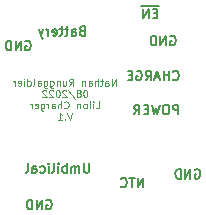
<source format=gbo>
%TF.GenerationSoftware,KiCad,Pcbnew,(6.0.0)*%
%TF.CreationDate,2022-08-29T11:13:11+02:00*%
%TF.ProjectId,LiIon_Charger,4c69496f-6e5f-4436-9861-726765722e6b,rev?*%
%TF.SameCoordinates,Original*%
%TF.FileFunction,Legend,Bot*%
%TF.FilePolarity,Positive*%
%FSLAX46Y46*%
G04 Gerber Fmt 4.6, Leading zero omitted, Abs format (unit mm)*
G04 Created by KiCad (PCBNEW (6.0.0)) date 2022-08-29 11:13:11*
%MOMM*%
%LPD*%
G01*
G04 APERTURE LIST*
G04 Aperture macros list*
%AMFreePoly0*
4,1,5,2.500000,-1.250000,-2.500000,-1.250000,-2.500000,1.250000,2.500000,1.250000,2.500000,-1.250000,2.500000,-1.250000,$1*%
G04 Aperture macros list end*
%ADD10C,0.130000*%
%ADD11C,0.100000*%
%ADD12FreePoly0,90.000000*%
%ADD13FreePoly0,0.000000*%
%ADD14FreePoly0,180.000000*%
G04 APERTURE END LIST*
D10*
X132390942Y-74390257D02*
X132276657Y-74428352D01*
X132238561Y-74466447D01*
X132200466Y-74542638D01*
X132200466Y-74656923D01*
X132238561Y-74733114D01*
X132276657Y-74771209D01*
X132352847Y-74809304D01*
X132657609Y-74809304D01*
X132657609Y-74009304D01*
X132390942Y-74009304D01*
X132314752Y-74047400D01*
X132276657Y-74085495D01*
X132238561Y-74161685D01*
X132238561Y-74237876D01*
X132276657Y-74314066D01*
X132314752Y-74352161D01*
X132390942Y-74390257D01*
X132657609Y-74390257D01*
X131514752Y-74809304D02*
X131514752Y-74390257D01*
X131552847Y-74314066D01*
X131629038Y-74275971D01*
X131781419Y-74275971D01*
X131857609Y-74314066D01*
X131514752Y-74771209D02*
X131590942Y-74809304D01*
X131781419Y-74809304D01*
X131857609Y-74771209D01*
X131895704Y-74695019D01*
X131895704Y-74618828D01*
X131857609Y-74542638D01*
X131781419Y-74504542D01*
X131590942Y-74504542D01*
X131514752Y-74466447D01*
X131248085Y-74275971D02*
X130943323Y-74275971D01*
X131133800Y-74009304D02*
X131133800Y-74695019D01*
X131095704Y-74771209D01*
X131019514Y-74809304D01*
X130943323Y-74809304D01*
X130790942Y-74275971D02*
X130486180Y-74275971D01*
X130676657Y-74009304D02*
X130676657Y-74695019D01*
X130638561Y-74771209D01*
X130562371Y-74809304D01*
X130486180Y-74809304D01*
X129914752Y-74771209D02*
X129990942Y-74809304D01*
X130143323Y-74809304D01*
X130219514Y-74771209D01*
X130257609Y-74695019D01*
X130257609Y-74390257D01*
X130219514Y-74314066D01*
X130143323Y-74275971D01*
X129990942Y-74275971D01*
X129914752Y-74314066D01*
X129876657Y-74390257D01*
X129876657Y-74466447D01*
X130257609Y-74542638D01*
X129533800Y-74809304D02*
X129533800Y-74275971D01*
X129533800Y-74428352D02*
X129495704Y-74352161D01*
X129457609Y-74314066D01*
X129381419Y-74275971D01*
X129305228Y-74275971D01*
X129114752Y-74275971D02*
X128924276Y-74809304D01*
X128733800Y-74275971D02*
X128924276Y-74809304D01*
X129000466Y-74999780D01*
X129038561Y-75037876D01*
X129114752Y-75075971D01*
X140096190Y-78492314D02*
X140134285Y-78530409D01*
X140248571Y-78568504D01*
X140324761Y-78568504D01*
X140439047Y-78530409D01*
X140515238Y-78454219D01*
X140553333Y-78378028D01*
X140591428Y-78225647D01*
X140591428Y-78111361D01*
X140553333Y-77958980D01*
X140515238Y-77882790D01*
X140439047Y-77806600D01*
X140324761Y-77768504D01*
X140248571Y-77768504D01*
X140134285Y-77806600D01*
X140096190Y-77844695D01*
X139753333Y-78568504D02*
X139753333Y-77768504D01*
X139753333Y-78149457D02*
X139296190Y-78149457D01*
X139296190Y-78568504D02*
X139296190Y-77768504D01*
X138953333Y-78339933D02*
X138572380Y-78339933D01*
X139029523Y-78568504D02*
X138762857Y-77768504D01*
X138496190Y-78568504D01*
X137772380Y-78568504D02*
X138039047Y-78187552D01*
X138229523Y-78568504D02*
X138229523Y-77768504D01*
X137924761Y-77768504D01*
X137848571Y-77806600D01*
X137810476Y-77844695D01*
X137772380Y-77920885D01*
X137772380Y-78035171D01*
X137810476Y-78111361D01*
X137848571Y-78149457D01*
X137924761Y-78187552D01*
X138229523Y-78187552D01*
X137010476Y-77806600D02*
X137086666Y-77768504D01*
X137200952Y-77768504D01*
X137315238Y-77806600D01*
X137391428Y-77882790D01*
X137429523Y-77958980D01*
X137467619Y-78111361D01*
X137467619Y-78225647D01*
X137429523Y-78378028D01*
X137391428Y-78454219D01*
X137315238Y-78530409D01*
X137200952Y-78568504D01*
X137124761Y-78568504D01*
X137010476Y-78530409D01*
X136972380Y-78492314D01*
X136972380Y-78225647D01*
X137124761Y-78225647D01*
X136629523Y-78149457D02*
X136362857Y-78149457D01*
X136248571Y-78568504D02*
X136629523Y-78568504D01*
X136629523Y-77768504D01*
X136248571Y-77768504D01*
D11*
X135265571Y-79035628D02*
X135265571Y-78435628D01*
X134922714Y-79035628D01*
X134922714Y-78435628D01*
X134379857Y-79035628D02*
X134379857Y-78721342D01*
X134408428Y-78664200D01*
X134465571Y-78635628D01*
X134579857Y-78635628D01*
X134637000Y-78664200D01*
X134379857Y-79007057D02*
X134437000Y-79035628D01*
X134579857Y-79035628D01*
X134637000Y-79007057D01*
X134665571Y-78949914D01*
X134665571Y-78892771D01*
X134637000Y-78835628D01*
X134579857Y-78807057D01*
X134437000Y-78807057D01*
X134379857Y-78778485D01*
X134179857Y-78635628D02*
X133951285Y-78635628D01*
X134094142Y-78435628D02*
X134094142Y-78949914D01*
X134065571Y-79007057D01*
X134008428Y-79035628D01*
X133951285Y-79035628D01*
X133751285Y-79035628D02*
X133751285Y-78435628D01*
X133494142Y-79035628D02*
X133494142Y-78721342D01*
X133522714Y-78664200D01*
X133579857Y-78635628D01*
X133665571Y-78635628D01*
X133722714Y-78664200D01*
X133751285Y-78692771D01*
X132951285Y-79035628D02*
X132951285Y-78721342D01*
X132979857Y-78664200D01*
X133037000Y-78635628D01*
X133151285Y-78635628D01*
X133208428Y-78664200D01*
X132951285Y-79007057D02*
X133008428Y-79035628D01*
X133151285Y-79035628D01*
X133208428Y-79007057D01*
X133237000Y-78949914D01*
X133237000Y-78892771D01*
X133208428Y-78835628D01*
X133151285Y-78807057D01*
X133008428Y-78807057D01*
X132951285Y-78778485D01*
X132665571Y-78635628D02*
X132665571Y-79035628D01*
X132665571Y-78692771D02*
X132637000Y-78664200D01*
X132579857Y-78635628D01*
X132494142Y-78635628D01*
X132437000Y-78664200D01*
X132408428Y-78721342D01*
X132408428Y-79035628D01*
X131322714Y-79035628D02*
X131522714Y-78749914D01*
X131665571Y-79035628D02*
X131665571Y-78435628D01*
X131437000Y-78435628D01*
X131379857Y-78464200D01*
X131351285Y-78492771D01*
X131322714Y-78549914D01*
X131322714Y-78635628D01*
X131351285Y-78692771D01*
X131379857Y-78721342D01*
X131437000Y-78749914D01*
X131665571Y-78749914D01*
X130808428Y-78635628D02*
X130808428Y-79035628D01*
X131065571Y-78635628D02*
X131065571Y-78949914D01*
X131037000Y-79007057D01*
X130979857Y-79035628D01*
X130894142Y-79035628D01*
X130837000Y-79007057D01*
X130808428Y-78978485D01*
X130522714Y-78635628D02*
X130522714Y-79035628D01*
X130522714Y-78692771D02*
X130494142Y-78664200D01*
X130437000Y-78635628D01*
X130351285Y-78635628D01*
X130294142Y-78664200D01*
X130265571Y-78721342D01*
X130265571Y-79035628D01*
X129722714Y-78635628D02*
X129722714Y-79121342D01*
X129751285Y-79178485D01*
X129779857Y-79207057D01*
X129837000Y-79235628D01*
X129922714Y-79235628D01*
X129979857Y-79207057D01*
X129722714Y-79007057D02*
X129779857Y-79035628D01*
X129894142Y-79035628D01*
X129951285Y-79007057D01*
X129979857Y-78978485D01*
X130008428Y-78921342D01*
X130008428Y-78749914D01*
X129979857Y-78692771D01*
X129951285Y-78664200D01*
X129894142Y-78635628D01*
X129779857Y-78635628D01*
X129722714Y-78664200D01*
X129179857Y-78635628D02*
X129179857Y-79121342D01*
X129208428Y-79178485D01*
X129237000Y-79207057D01*
X129294142Y-79235628D01*
X129379857Y-79235628D01*
X129437000Y-79207057D01*
X129179857Y-79007057D02*
X129237000Y-79035628D01*
X129351285Y-79035628D01*
X129408428Y-79007057D01*
X129437000Y-78978485D01*
X129465571Y-78921342D01*
X129465571Y-78749914D01*
X129437000Y-78692771D01*
X129408428Y-78664200D01*
X129351285Y-78635628D01*
X129237000Y-78635628D01*
X129179857Y-78664200D01*
X128637000Y-79035628D02*
X128637000Y-78721342D01*
X128665571Y-78664200D01*
X128722714Y-78635628D01*
X128837000Y-78635628D01*
X128894142Y-78664200D01*
X128637000Y-79007057D02*
X128694142Y-79035628D01*
X128837000Y-79035628D01*
X128894142Y-79007057D01*
X128922714Y-78949914D01*
X128922714Y-78892771D01*
X128894142Y-78835628D01*
X128837000Y-78807057D01*
X128694142Y-78807057D01*
X128637000Y-78778485D01*
X128265571Y-79035628D02*
X128322714Y-79007057D01*
X128351285Y-78949914D01*
X128351285Y-78435628D01*
X127779857Y-79035628D02*
X127779857Y-78435628D01*
X127779857Y-79007057D02*
X127837000Y-79035628D01*
X127951285Y-79035628D01*
X128008428Y-79007057D01*
X128037000Y-78978485D01*
X128065571Y-78921342D01*
X128065571Y-78749914D01*
X128037000Y-78692771D01*
X128008428Y-78664200D01*
X127951285Y-78635628D01*
X127837000Y-78635628D01*
X127779857Y-78664200D01*
X127494142Y-79035628D02*
X127494142Y-78635628D01*
X127494142Y-78435628D02*
X127522714Y-78464200D01*
X127494142Y-78492771D01*
X127465571Y-78464200D01*
X127494142Y-78435628D01*
X127494142Y-78492771D01*
X126979857Y-79007057D02*
X127037000Y-79035628D01*
X127151285Y-79035628D01*
X127208428Y-79007057D01*
X127237000Y-78949914D01*
X127237000Y-78721342D01*
X127208428Y-78664200D01*
X127151285Y-78635628D01*
X127037000Y-78635628D01*
X126979857Y-78664200D01*
X126951285Y-78721342D01*
X126951285Y-78778485D01*
X127237000Y-78835628D01*
X126694142Y-79035628D02*
X126694142Y-78635628D01*
X126694142Y-78749914D02*
X126665571Y-78692771D01*
X126637000Y-78664200D01*
X126579857Y-78635628D01*
X126522714Y-78635628D01*
X132708428Y-79401628D02*
X132651285Y-79401628D01*
X132594142Y-79430200D01*
X132565571Y-79458771D01*
X132537000Y-79515914D01*
X132508428Y-79630200D01*
X132508428Y-79773057D01*
X132537000Y-79887342D01*
X132565571Y-79944485D01*
X132594142Y-79973057D01*
X132651285Y-80001628D01*
X132708428Y-80001628D01*
X132765571Y-79973057D01*
X132794142Y-79944485D01*
X132822714Y-79887342D01*
X132851285Y-79773057D01*
X132851285Y-79630200D01*
X132822714Y-79515914D01*
X132794142Y-79458771D01*
X132765571Y-79430200D01*
X132708428Y-79401628D01*
X132165571Y-79658771D02*
X132222714Y-79630200D01*
X132251285Y-79601628D01*
X132279857Y-79544485D01*
X132279857Y-79515914D01*
X132251285Y-79458771D01*
X132222714Y-79430200D01*
X132165571Y-79401628D01*
X132051285Y-79401628D01*
X131994142Y-79430200D01*
X131965571Y-79458771D01*
X131937000Y-79515914D01*
X131937000Y-79544485D01*
X131965571Y-79601628D01*
X131994142Y-79630200D01*
X132051285Y-79658771D01*
X132165571Y-79658771D01*
X132222714Y-79687342D01*
X132251285Y-79715914D01*
X132279857Y-79773057D01*
X132279857Y-79887342D01*
X132251285Y-79944485D01*
X132222714Y-79973057D01*
X132165571Y-80001628D01*
X132051285Y-80001628D01*
X131994142Y-79973057D01*
X131965571Y-79944485D01*
X131937000Y-79887342D01*
X131937000Y-79773057D01*
X131965571Y-79715914D01*
X131994142Y-79687342D01*
X132051285Y-79658771D01*
X131251285Y-79373057D02*
X131765571Y-80144485D01*
X131079857Y-79458771D02*
X131051285Y-79430200D01*
X130994142Y-79401628D01*
X130851285Y-79401628D01*
X130794142Y-79430200D01*
X130765571Y-79458771D01*
X130737000Y-79515914D01*
X130737000Y-79573057D01*
X130765571Y-79658771D01*
X131108428Y-80001628D01*
X130737000Y-80001628D01*
X130365571Y-79401628D02*
X130308428Y-79401628D01*
X130251285Y-79430200D01*
X130222714Y-79458771D01*
X130194142Y-79515914D01*
X130165571Y-79630200D01*
X130165571Y-79773057D01*
X130194142Y-79887342D01*
X130222714Y-79944485D01*
X130251285Y-79973057D01*
X130308428Y-80001628D01*
X130365571Y-80001628D01*
X130422714Y-79973057D01*
X130451285Y-79944485D01*
X130479857Y-79887342D01*
X130508428Y-79773057D01*
X130508428Y-79630200D01*
X130479857Y-79515914D01*
X130451285Y-79458771D01*
X130422714Y-79430200D01*
X130365571Y-79401628D01*
X129937000Y-79458771D02*
X129908428Y-79430200D01*
X129851285Y-79401628D01*
X129708428Y-79401628D01*
X129651285Y-79430200D01*
X129622714Y-79458771D01*
X129594142Y-79515914D01*
X129594142Y-79573057D01*
X129622714Y-79658771D01*
X129965571Y-80001628D01*
X129594142Y-80001628D01*
X129365571Y-79458771D02*
X129337000Y-79430200D01*
X129279857Y-79401628D01*
X129137000Y-79401628D01*
X129079857Y-79430200D01*
X129051285Y-79458771D01*
X129022714Y-79515914D01*
X129022714Y-79573057D01*
X129051285Y-79658771D01*
X129394142Y-80001628D01*
X129022714Y-80001628D01*
X133551285Y-80967628D02*
X133837000Y-80967628D01*
X133837000Y-80367628D01*
X133351285Y-80967628D02*
X133351285Y-80567628D01*
X133351285Y-80367628D02*
X133379857Y-80396200D01*
X133351285Y-80424771D01*
X133322714Y-80396200D01*
X133351285Y-80367628D01*
X133351285Y-80424771D01*
X133065571Y-80967628D02*
X133065571Y-80367628D01*
X132694142Y-80967628D02*
X132751285Y-80939057D01*
X132779857Y-80910485D01*
X132808428Y-80853342D01*
X132808428Y-80681914D01*
X132779857Y-80624771D01*
X132751285Y-80596200D01*
X132694142Y-80567628D01*
X132608428Y-80567628D01*
X132551285Y-80596200D01*
X132522714Y-80624771D01*
X132494142Y-80681914D01*
X132494142Y-80853342D01*
X132522714Y-80910485D01*
X132551285Y-80939057D01*
X132608428Y-80967628D01*
X132694142Y-80967628D01*
X132237000Y-80567628D02*
X132237000Y-80967628D01*
X132237000Y-80624771D02*
X132208428Y-80596200D01*
X132151285Y-80567628D01*
X132065571Y-80567628D01*
X132008428Y-80596200D01*
X131979857Y-80653342D01*
X131979857Y-80967628D01*
X130894142Y-80910485D02*
X130922714Y-80939057D01*
X131008428Y-80967628D01*
X131065571Y-80967628D01*
X131151285Y-80939057D01*
X131208428Y-80881914D01*
X131237000Y-80824771D01*
X131265571Y-80710485D01*
X131265571Y-80624771D01*
X131237000Y-80510485D01*
X131208428Y-80453342D01*
X131151285Y-80396200D01*
X131065571Y-80367628D01*
X131008428Y-80367628D01*
X130922714Y-80396200D01*
X130894142Y-80424771D01*
X130637000Y-80967628D02*
X130637000Y-80367628D01*
X130379857Y-80967628D02*
X130379857Y-80653342D01*
X130408428Y-80596200D01*
X130465571Y-80567628D01*
X130551285Y-80567628D01*
X130608428Y-80596200D01*
X130637000Y-80624771D01*
X129837000Y-80967628D02*
X129837000Y-80653342D01*
X129865571Y-80596200D01*
X129922714Y-80567628D01*
X130037000Y-80567628D01*
X130094142Y-80596200D01*
X129837000Y-80939057D02*
X129894142Y-80967628D01*
X130037000Y-80967628D01*
X130094142Y-80939057D01*
X130122714Y-80881914D01*
X130122714Y-80824771D01*
X130094142Y-80767628D01*
X130037000Y-80739057D01*
X129894142Y-80739057D01*
X129837000Y-80710485D01*
X129551285Y-80967628D02*
X129551285Y-80567628D01*
X129551285Y-80681914D02*
X129522714Y-80624771D01*
X129494142Y-80596200D01*
X129437000Y-80567628D01*
X129379857Y-80567628D01*
X128922714Y-80567628D02*
X128922714Y-81053342D01*
X128951285Y-81110485D01*
X128979857Y-81139057D01*
X129037000Y-81167628D01*
X129122714Y-81167628D01*
X129179857Y-81139057D01*
X128922714Y-80939057D02*
X128979857Y-80967628D01*
X129094142Y-80967628D01*
X129151285Y-80939057D01*
X129179857Y-80910485D01*
X129208428Y-80853342D01*
X129208428Y-80681914D01*
X129179857Y-80624771D01*
X129151285Y-80596200D01*
X129094142Y-80567628D01*
X128979857Y-80567628D01*
X128922714Y-80596200D01*
X128408428Y-80939057D02*
X128465571Y-80967628D01*
X128579857Y-80967628D01*
X128637000Y-80939057D01*
X128665571Y-80881914D01*
X128665571Y-80653342D01*
X128637000Y-80596200D01*
X128579857Y-80567628D01*
X128465571Y-80567628D01*
X128408428Y-80596200D01*
X128379857Y-80653342D01*
X128379857Y-80710485D01*
X128665571Y-80767628D01*
X128122714Y-80967628D02*
X128122714Y-80567628D01*
X128122714Y-80681914D02*
X128094142Y-80624771D01*
X128065571Y-80596200D01*
X128008428Y-80567628D01*
X127951285Y-80567628D01*
X131565571Y-81333628D02*
X131365571Y-81933628D01*
X131165571Y-81333628D01*
X130965571Y-81876485D02*
X130937000Y-81905057D01*
X130965571Y-81933628D01*
X130994142Y-81905057D01*
X130965571Y-81876485D01*
X130965571Y-81933628D01*
X130365571Y-81933628D02*
X130708428Y-81933628D01*
X130537000Y-81933628D02*
X130537000Y-81333628D01*
X130594142Y-81419342D01*
X130651285Y-81476485D01*
X130708428Y-81505057D01*
D10*
X129387523Y-88728600D02*
X129463714Y-88690504D01*
X129578000Y-88690504D01*
X129692285Y-88728600D01*
X129768476Y-88804790D01*
X129806571Y-88880980D01*
X129844666Y-89033361D01*
X129844666Y-89147647D01*
X129806571Y-89300028D01*
X129768476Y-89376219D01*
X129692285Y-89452409D01*
X129578000Y-89490504D01*
X129501809Y-89490504D01*
X129387523Y-89452409D01*
X129349428Y-89414314D01*
X129349428Y-89147647D01*
X129501809Y-89147647D01*
X129006571Y-89490504D02*
X129006571Y-88690504D01*
X128549428Y-89490504D01*
X128549428Y-88690504D01*
X128168476Y-89490504D02*
X128168476Y-88690504D01*
X127978000Y-88690504D01*
X127863714Y-88728600D01*
X127787523Y-88804790D01*
X127749428Y-88880980D01*
X127711333Y-89033361D01*
X127711333Y-89147647D01*
X127749428Y-89300028D01*
X127787523Y-89376219D01*
X127863714Y-89452409D01*
X127978000Y-89490504D01*
X128168476Y-89490504D01*
X140537619Y-81471904D02*
X140537619Y-80671904D01*
X140232857Y-80671904D01*
X140156666Y-80710000D01*
X140118571Y-80748095D01*
X140080476Y-80824285D01*
X140080476Y-80938571D01*
X140118571Y-81014761D01*
X140156666Y-81052857D01*
X140232857Y-81090952D01*
X140537619Y-81090952D01*
X139585238Y-80671904D02*
X139432857Y-80671904D01*
X139356666Y-80710000D01*
X139280476Y-80786190D01*
X139242380Y-80938571D01*
X139242380Y-81205238D01*
X139280476Y-81357619D01*
X139356666Y-81433809D01*
X139432857Y-81471904D01*
X139585238Y-81471904D01*
X139661428Y-81433809D01*
X139737619Y-81357619D01*
X139775714Y-81205238D01*
X139775714Y-80938571D01*
X139737619Y-80786190D01*
X139661428Y-80710000D01*
X139585238Y-80671904D01*
X138975714Y-80671904D02*
X138785238Y-81471904D01*
X138632857Y-80900476D01*
X138480476Y-81471904D01*
X138290000Y-80671904D01*
X137985238Y-81052857D02*
X137718571Y-81052857D01*
X137604285Y-81471904D02*
X137985238Y-81471904D01*
X137985238Y-80671904D01*
X137604285Y-80671904D01*
X136804285Y-81471904D02*
X137070952Y-81090952D01*
X137261428Y-81471904D02*
X137261428Y-80671904D01*
X136956666Y-80671904D01*
X136880476Y-80710000D01*
X136842380Y-80748095D01*
X136804285Y-80824285D01*
X136804285Y-80938571D01*
X136842380Y-81014761D01*
X136880476Y-81052857D01*
X136956666Y-81090952D01*
X137261428Y-81090952D01*
X133006771Y-85591704D02*
X133006771Y-86239323D01*
X132968676Y-86315514D01*
X132930580Y-86353609D01*
X132854390Y-86391704D01*
X132702009Y-86391704D01*
X132625819Y-86353609D01*
X132587723Y-86315514D01*
X132549628Y-86239323D01*
X132549628Y-85591704D01*
X132168676Y-86391704D02*
X132168676Y-85858371D01*
X132168676Y-85934561D02*
X132130580Y-85896466D01*
X132054390Y-85858371D01*
X131940104Y-85858371D01*
X131863914Y-85896466D01*
X131825819Y-85972657D01*
X131825819Y-86391704D01*
X131825819Y-85972657D02*
X131787723Y-85896466D01*
X131711533Y-85858371D01*
X131597247Y-85858371D01*
X131521057Y-85896466D01*
X131482961Y-85972657D01*
X131482961Y-86391704D01*
X131102009Y-86391704D02*
X131102009Y-85591704D01*
X131102009Y-85896466D02*
X131025819Y-85858371D01*
X130873438Y-85858371D01*
X130797247Y-85896466D01*
X130759152Y-85934561D01*
X130721057Y-86010752D01*
X130721057Y-86239323D01*
X130759152Y-86315514D01*
X130797247Y-86353609D01*
X130873438Y-86391704D01*
X131025819Y-86391704D01*
X131102009Y-86353609D01*
X130378200Y-86391704D02*
X130378200Y-85858371D01*
X130378200Y-85591704D02*
X130416295Y-85629800D01*
X130378200Y-85667895D01*
X130340104Y-85629800D01*
X130378200Y-85591704D01*
X130378200Y-85667895D01*
X129882961Y-86391704D02*
X129959152Y-86353609D01*
X129997247Y-86277419D01*
X129997247Y-85591704D01*
X129578200Y-86391704D02*
X129578200Y-85858371D01*
X129578200Y-85591704D02*
X129616295Y-85629800D01*
X129578200Y-85667895D01*
X129540104Y-85629800D01*
X129578200Y-85591704D01*
X129578200Y-85667895D01*
X128854390Y-86353609D02*
X128930580Y-86391704D01*
X129082961Y-86391704D01*
X129159152Y-86353609D01*
X129197247Y-86315514D01*
X129235342Y-86239323D01*
X129235342Y-86010752D01*
X129197247Y-85934561D01*
X129159152Y-85896466D01*
X129082961Y-85858371D01*
X128930580Y-85858371D01*
X128854390Y-85896466D01*
X128168676Y-86391704D02*
X128168676Y-85972657D01*
X128206771Y-85896466D01*
X128282961Y-85858371D01*
X128435342Y-85858371D01*
X128511533Y-85896466D01*
X128168676Y-86353609D02*
X128244866Y-86391704D01*
X128435342Y-86391704D01*
X128511533Y-86353609D01*
X128549628Y-86277419D01*
X128549628Y-86201228D01*
X128511533Y-86125038D01*
X128435342Y-86086942D01*
X128244866Y-86086942D01*
X128168676Y-86048847D01*
X127673438Y-86391704D02*
X127749628Y-86353609D01*
X127787723Y-86277419D01*
X127787723Y-85591704D01*
X138940952Y-72306000D02*
X138217142Y-72306000D01*
X138750476Y-72912857D02*
X138483809Y-72912857D01*
X138369523Y-73331904D02*
X138750476Y-73331904D01*
X138750476Y-72531904D01*
X138369523Y-72531904D01*
X138217142Y-72306000D02*
X137379047Y-72306000D01*
X138026666Y-73331904D02*
X138026666Y-72531904D01*
X137569523Y-73331904D01*
X137569523Y-72531904D01*
X141960523Y-86137800D02*
X142036714Y-86099704D01*
X142151000Y-86099704D01*
X142265285Y-86137800D01*
X142341476Y-86213990D01*
X142379571Y-86290180D01*
X142417666Y-86442561D01*
X142417666Y-86556847D01*
X142379571Y-86709228D01*
X142341476Y-86785419D01*
X142265285Y-86861609D01*
X142151000Y-86899704D01*
X142074809Y-86899704D01*
X141960523Y-86861609D01*
X141922428Y-86823514D01*
X141922428Y-86556847D01*
X142074809Y-86556847D01*
X141579571Y-86899704D02*
X141579571Y-86099704D01*
X141122428Y-86899704D01*
X141122428Y-86099704D01*
X140741476Y-86899704D02*
X140741476Y-86099704D01*
X140551000Y-86099704D01*
X140436714Y-86137800D01*
X140360523Y-86213990D01*
X140322428Y-86290180D01*
X140284333Y-86442561D01*
X140284333Y-86556847D01*
X140322428Y-86709228D01*
X140360523Y-86785419D01*
X140436714Y-86861609D01*
X140551000Y-86899704D01*
X140741476Y-86899704D01*
X137585333Y-87636304D02*
X137585333Y-86836304D01*
X137128190Y-87636304D01*
X137128190Y-86836304D01*
X136861523Y-86836304D02*
X136404380Y-86836304D01*
X136632952Y-87636304D02*
X136632952Y-86836304D01*
X135680571Y-87560114D02*
X135718666Y-87598209D01*
X135832952Y-87636304D01*
X135909142Y-87636304D01*
X136023428Y-87598209D01*
X136099619Y-87522019D01*
X136137714Y-87445828D01*
X136175809Y-87293447D01*
X136175809Y-87179161D01*
X136137714Y-87026780D01*
X136099619Y-86950590D01*
X136023428Y-86874400D01*
X135909142Y-86836304D01*
X135832952Y-86836304D01*
X135718666Y-86874400D01*
X135680571Y-86912495D01*
X127609523Y-75292000D02*
X127685714Y-75253904D01*
X127800000Y-75253904D01*
X127914285Y-75292000D01*
X127990476Y-75368190D01*
X128028571Y-75444380D01*
X128066666Y-75596761D01*
X128066666Y-75711047D01*
X128028571Y-75863428D01*
X127990476Y-75939619D01*
X127914285Y-76015809D01*
X127800000Y-76053904D01*
X127723809Y-76053904D01*
X127609523Y-76015809D01*
X127571428Y-75977714D01*
X127571428Y-75711047D01*
X127723809Y-75711047D01*
X127228571Y-76053904D02*
X127228571Y-75253904D01*
X126771428Y-76053904D01*
X126771428Y-75253904D01*
X126390476Y-76053904D02*
X126390476Y-75253904D01*
X126200000Y-75253904D01*
X126085714Y-75292000D01*
X126009523Y-75368190D01*
X125971428Y-75444380D01*
X125933333Y-75596761D01*
X125933333Y-75711047D01*
X125971428Y-75863428D01*
X126009523Y-75939619D01*
X126085714Y-76015809D01*
X126200000Y-76053904D01*
X126390476Y-76053904D01*
X139877723Y-74834800D02*
X139953914Y-74796704D01*
X140068200Y-74796704D01*
X140182485Y-74834800D01*
X140258676Y-74910990D01*
X140296771Y-74987180D01*
X140334866Y-75139561D01*
X140334866Y-75253847D01*
X140296771Y-75406228D01*
X140258676Y-75482419D01*
X140182485Y-75558609D01*
X140068200Y-75596704D01*
X139992009Y-75596704D01*
X139877723Y-75558609D01*
X139839628Y-75520514D01*
X139839628Y-75253847D01*
X139992009Y-75253847D01*
X139496771Y-75596704D02*
X139496771Y-74796704D01*
X139039628Y-75596704D01*
X139039628Y-74796704D01*
X138658676Y-75596704D02*
X138658676Y-74796704D01*
X138468200Y-74796704D01*
X138353914Y-74834800D01*
X138277723Y-74910990D01*
X138239628Y-74987180D01*
X138201533Y-75139561D01*
X138201533Y-75253847D01*
X138239628Y-75406228D01*
X138277723Y-75482419D01*
X138353914Y-75558609D01*
X138468200Y-75596704D01*
X138658676Y-75596704D01*
%LPC*%
D12*
%TO.C,j5*%
X140817600Y-70916800D03*
%TD*%
D13*
%TO.C,H2*%
X143459200Y-75082400D03*
%TD*%
D12*
%TO.C,j6*%
X130683000Y-70916800D03*
%TD*%
D13*
%TO.C,H4*%
X124460000Y-73050400D03*
%TD*%
%TO.C,j4*%
X143459200Y-78003400D03*
%TD*%
%TO.C,H3*%
X143459200Y-88849200D03*
%TD*%
%TO.C,H1*%
X124460000Y-88798400D03*
%TD*%
%TO.C,j1*%
X124460000Y-85775800D03*
%TD*%
D12*
%TO.C,j2*%
X136779000Y-90906600D03*
%TD*%
D14*
%TO.C,j3*%
X143459200Y-80949800D03*
%TD*%
M02*

</source>
